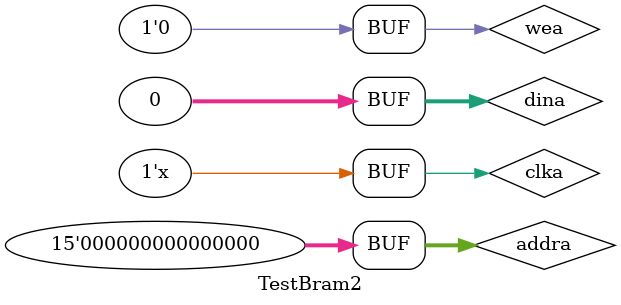
<source format=v>
`timescale 1ns / 1ps


module TestBram2;

	// Inputs
	reg clka;
	reg [0:0] wea;
	reg [14:0] addra;
	reg [31:0] dina;

	// Outputs
	wire [31:0] douta;

	// Instantiate the Unit Under Test (UUT)
	BRAM uut (
		.clka(clka), 
		.wea(wea), 
		.addra(addra), 
		.dina(dina), 
		.douta(douta)
	);
	
	always #15 clka=!clka;

	initial begin
		// Initialize Inputs
		clka = 0;
		wea = 0;
		addra = 0;
		dina = 0;

		// Wait 100 ns for global reset to finish
		#100;
        
		// Add stimulus here
		
	end
      
endmodule


</source>
